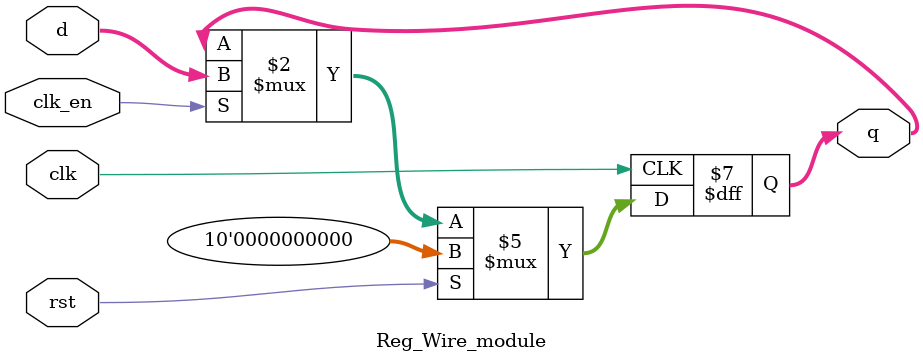
<source format=v>
`timescale 1ns / 1ps
module DSP
#(parameter
A0REG =0,
A1REG =1, 
B0REG =0, 
B1REG =1,
CREG  =1, 
DREG  =1, 
MREG  =1, 
PREG  =1, 
CARRYINREG  =1, 
CARRYOUTREG =1,  
OPMODEREG   =1,
CARRYINSEL ="OPMODE5",// CARRYIN or OPMODE5
B_INPUT    ="DIRECT",//(attribute = DIRECT) or (attribute = CASCADE). 
RSTTYPE    ="SYNC"// ASYNC or SYNC
)
(
input[17:0] A,
input[17:0] B,
input[47:0] C,
input[17:0] D,
input CLK,
input CARRYIN,
input [7:0]OPMODE,
input[17:0] BCIN,
input RSTA,
input RSTB,
input RSTM,
input RSTP,
input RSTC,
input RSTD,
input RSTCARRYIN,
input RSTOPMODE,
input CEA,
input CEB,
input CEM,
input CEP,
input CEC,
input CED,
input CECARRYIN,
input CEOPMODE,
input[47:0] PCIN,
output [17:0] BCOUT,
output [47:0] PCOUT,
output [35:0] M,
output [47:0] P,
output CARRYOUT,
output CARRYOUTF
    );
    
    
  wire [7:0] OPMODE_reg;
    Reg_Wire_module #(.RW(OPMODEREG), .N(8), .RSTTYPE(RSTTYPE)) OPMODE_REG
      (.clk(CLK), .clk_en(CEOPMODE), .rst(RSTOPMODE),
       .d(OPMODE), .q(OPMODE_reg));
  
    ///////////////////////D
wire [17:0] D_reg;
Reg_Wire_module #(.RW(DREG),.N(18),.RSTTYPE(RSTTYPE)) D_REG 
 (.clk(CLK),.clk_en(CED),.rst(RSTD),.d(D),.q(D_reg)); 
 /////////////////////B
wire [17:0] B0_reg;
generate 
if(B_INPUT=="DIRECT") begin : B_direct
     Reg_Wire_module #(.RW(B0REG),.N(18),.RSTTYPE(RSTTYPE)) B0_REG 
       (.clk(CLK),.clk_en(CEB),.rst(RSTB),.d(B),.q(B0_reg));  
end
else begin : B_from_BCIN
     Reg_Wire_module #(.RW(B0REG),.N(18),.RSTTYPE(RSTTYPE)) B0_REG 
       (.clk(CLK),.clk_en(CEB),.rst(RSTB),.d(BCIN),.q(B0_reg));  
end
endgenerate
 
 /////////////////////A
wire [17:0] A0_reg;
Reg_Wire_module #(.RW(A0REG),.N(18),.RSTTYPE(RSTTYPE)) A0_REG 
  (.clk(CLK),.clk_en(CEA),.rst(RSTA),.d(A),.q(A0_reg));  
////////////////////C  
wire [47:0] C_reg;
  Reg_Wire_module #(.RW(CREG),.N(48),.RSTTYPE(RSTTYPE)) C_REG 
    (.clk(CLK),.clk_en(CEC),.rst(RSTC),.d(C),.q(C_reg));  
 ////////////////////////////////////////////////////////////////////////////// 
wire [17:0] DB_adder;   
assign DB_adder =(~OPMODE_reg[6])?(D_reg+B0_reg):(D_reg-B0_reg);
wire [17:0] MUX1_out; 
assign MUX1_out =(OPMODE_reg[4])?DB_adder:B0_reg;

wire [17:0] B1_reg;
Reg_Wire_module #(.RW(B1REG),.N(18),.RSTTYPE(RSTTYPE)) B1_REG 
      (.clk(CLK),.clk_en(CEB),.rst(RSTB),.d(MUX1_out),.q(B1_reg));
wire [17:0] A1_reg;
Reg_Wire_module #(.RW(A1REG),.N(18),.RSTTYPE(RSTTYPE)) A1_REG 
            (.clk(CLK),.clk_en(CEA),.rst(RSTA),.d(A0_reg),.q(A1_reg)); 
 ////////////////////////////////////////////////////////////////           
wire [35:0] A1_mul_B1 ;                   
assign A1_mul_B1 =A1_reg*B1_reg; 
  wire [35:0] M_reg;        
 Reg_Wire_module #(.RW(MREG),.N(36),.RSTTYPE(RSTTYPE)) M_REG 
            (.clk(CLK),.clk_en(CEM),.rst(RSTM),.d(A1_mul_B1),.q(M_reg)); 
  
  wire  CYI_reg;
           generate   
            if(CARRYINSEL=="OPMODE5") begin : OPMODE5
                 Reg_Wire_module #(.RW(CARRYINREG),.N(1),.RSTTYPE(RSTTYPE)) CYI_REG 
                   (.clk(CLK),.clk_en(CECARRYIN),.rst(RSTCARRYIN ),.d(OPMODE_reg[5]),.q(CYI_reg));  
            end
            else begin : CARRYIN_SEL 
                 Reg_Wire_module #(.RW(CARRYINREG),.N(1),.RSTTYPE(RSTTYPE)) CYI_REG 
                  (.clk(CLK),.clk_en(CECARRYIN),.rst(RSTCARRYIN ),.d(CARRYIN),.q(CYI_reg));  
            end
            endgenerate  
  
//////////////////////////////////////////////////////////
/////mux_x
  wire  [47:0]X_MUX; 
  MUX_4x1 #(.N(48)) X_mux_inst 
    (.in0({48'h0}),.in1({12'h0,M_reg}),.in2(P),.in3({D_reg[11:0],A1_reg[17:0],B1_reg[17:0]}),.sel(OPMODE_reg[1:0]),.out(X_MUX));
    

  /////mux_z
  wire  [47:0]Z_MUX; 
   MUX_4x1 #(.N(48)) Z_mux_inst 
     (.in0({48'h0}),.in1(PCIN),.in2(P),.in3(C_reg),.sel(OPMODE_reg[3:2]),.out(Z_MUX));
     
//assign Z_MUX= OPMODE[2]?(OPMODE[3]?C_reg:PCIN):(OPMODE[3]?P:{48'h0});
 //////////////////////////////////////////
wire  [48:0]XZ_adder;

assign XZ_adder= (~OPMODE_reg[7])?(X_MUX+Z_MUX+CYI_reg):Z_MUX-(X_MUX+CYI_reg);

Reg_Wire_module #(.RW(PREG),.N(48),.RSTTYPE(RSTTYPE)) P_REG 
 (.clk(CLK),.clk_en(CEP),.rst(RSTP),.d(XZ_adder[47:0]),.q(P));
  
 Reg_Wire_module #(.RW(CARRYOUTREG),.N(1),.RSTTYPE(RSTTYPE)) CYO_REG 
  (.clk(CLK),.clk_en(CECARRYIN),.rst(RSTCARRYIN ),.d(XZ_adder[48]),.q(CARRYOUT));  
  
  
 assign PCOUT =P;
 assign CARRYOUTF =CARRYOUT;
 assign BCOUT =B1_reg ;   
 assign M =M_reg;   
 
endmodule




module MUX_4x1 #(
    parameter N = 8  
)(
    input  [N-1:0] in0,
    input  [N-1:0] in1,
    input  [N-1:0] in2,
    input  [N-1:0] in3,
    input  [1:0] sel,
    output reg [N-1:0] out
);

    always @(*) begin
        case (sel)
            2'b00: out = in0;
            2'b01: out = in1;
            2'b10: out = in2;
            2'b11: out = in3;
            default: out = {N{1'b0}};
        endcase
    end

endmodule







module Reg_Wire_module
#(
    parameter RW = 1,                // 1: register, 0: wire
    parameter N = 10,
    parameter RSTTYPE = "SYNC"       // "ASYNC" or "SYNC"
)
(
    input clk,
    input clk_en,
    input rst,
    input [N-1:0] d,
    output reg [N-1:0] q
);

generate
    if (RW == 1) begin : reg_logic
        if (RSTTYPE == "ASYNC") begin : async_rst
            always @(posedge clk or posedge rst) begin
                if (rst)
                    q <= {N{1'b0}};
                else if(clk_en)
                    q <= d;
            end
        end else begin : sync_rst
            always @(posedge clk) begin
                if (rst)
                    q <= {N{1'b0}};
                else if(clk_en)
                    q <= d;
            end
        end
    end else begin : wire_logic
        always @(*) begin
            q = d;
        end
    end
endgenerate

endmodule



</source>
